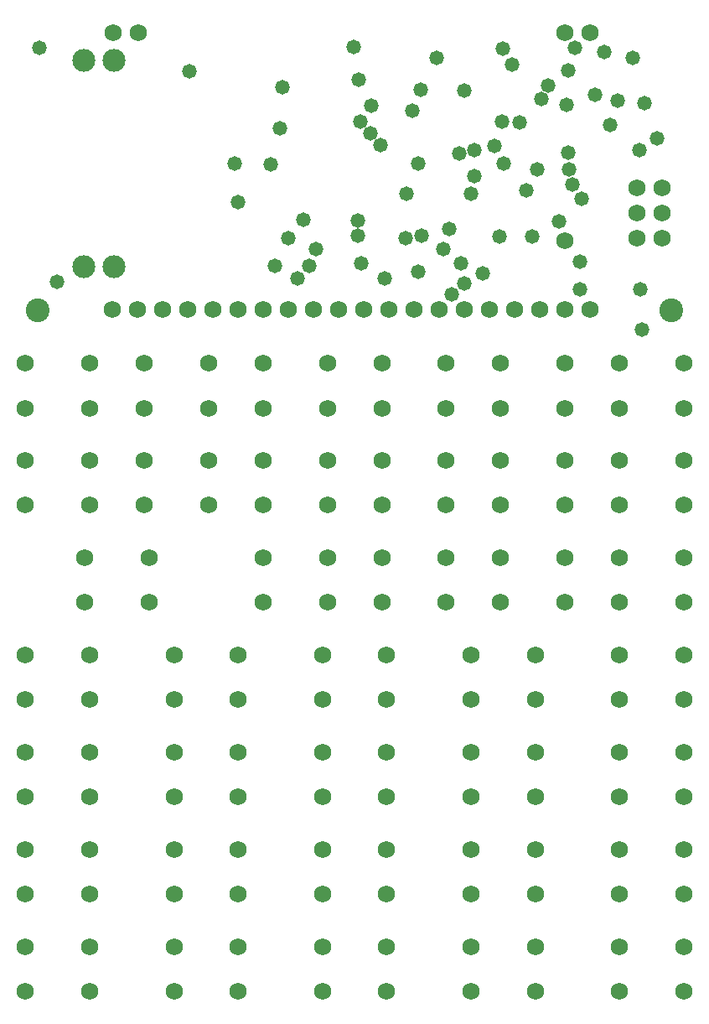
<source format=gts>
G04*
G04 #@! TF.GenerationSoftware,Altium Limited,Altium Designer,24.7.2 (38)*
G04*
G04 Layer_Color=8388736*
%FSLAX44Y44*%
%MOMM*%
G71*
G04*
G04 #@! TF.SameCoordinates,966AE77D-DC0C-403A-A995-9434F704E8A8*
G04*
G04*
G04 #@! TF.FilePolarity,Negative*
G04*
G01*
G75*
%ADD20C,2.3114*%
%ADD21C,1.7272*%
%ADD22C,1.4732*%
%ADD23C,2.4032*%
D20*
X107202Y744360D02*
D03*
X76202D02*
D03*
X107202Y952360D02*
D03*
X76202D02*
D03*
D21*
X156210Y701040D02*
D03*
X588010D02*
D03*
X562610D02*
D03*
X537210D02*
D03*
X461010D02*
D03*
X435610D02*
D03*
X410210D02*
D03*
X384810D02*
D03*
X334010D02*
D03*
X308610D02*
D03*
X257810D02*
D03*
X283210D02*
D03*
X232410D02*
D03*
X207010D02*
D03*
X181610D02*
D03*
X105410D02*
D03*
X105860Y980440D02*
D03*
X131260D02*
D03*
X562160D02*
D03*
X587560D02*
D03*
X486410Y701040D02*
D03*
X511810D02*
D03*
X130810D02*
D03*
X359410D02*
D03*
X635000Y824230D02*
D03*
Y798830D02*
D03*
Y773430D02*
D03*
X660400Y824230D02*
D03*
Y798830D02*
D03*
Y773430D02*
D03*
X617500Y58060D02*
D03*
Y13060D02*
D03*
X682500Y58060D02*
D03*
Y13060D02*
D03*
X467500Y58060D02*
D03*
Y13060D02*
D03*
X532500Y58060D02*
D03*
Y13060D02*
D03*
X317500Y58060D02*
D03*
Y13060D02*
D03*
X382500Y58060D02*
D03*
Y13060D02*
D03*
X167500Y58060D02*
D03*
Y13060D02*
D03*
X232500Y58060D02*
D03*
Y13060D02*
D03*
X17500Y58060D02*
D03*
Y13060D02*
D03*
X82500Y58060D02*
D03*
Y13060D02*
D03*
X17500Y156160D02*
D03*
Y111160D02*
D03*
X82500Y156160D02*
D03*
Y111160D02*
D03*
X167500Y156160D02*
D03*
Y111160D02*
D03*
X232500Y156160D02*
D03*
Y111160D02*
D03*
X317500Y156160D02*
D03*
Y111160D02*
D03*
X382500Y156160D02*
D03*
Y111160D02*
D03*
X467500Y156160D02*
D03*
Y111160D02*
D03*
X532500Y156160D02*
D03*
Y111160D02*
D03*
X617500Y156160D02*
D03*
Y111160D02*
D03*
X682500Y156160D02*
D03*
Y111160D02*
D03*
X617500Y254260D02*
D03*
Y209260D02*
D03*
X682500Y254260D02*
D03*
Y209260D02*
D03*
X467500Y254260D02*
D03*
Y209260D02*
D03*
X532500Y254260D02*
D03*
Y209260D02*
D03*
X317500Y254260D02*
D03*
Y209260D02*
D03*
X382500Y254260D02*
D03*
Y209260D02*
D03*
X167500Y254260D02*
D03*
Y209260D02*
D03*
X232500Y254260D02*
D03*
Y209260D02*
D03*
X17500Y254260D02*
D03*
Y209260D02*
D03*
X82500Y254260D02*
D03*
Y209260D02*
D03*
X17500Y352360D02*
D03*
Y307360D02*
D03*
X82500Y352360D02*
D03*
Y307360D02*
D03*
X167500Y352360D02*
D03*
Y307360D02*
D03*
X232500Y352360D02*
D03*
Y307360D02*
D03*
X317500Y352360D02*
D03*
Y307360D02*
D03*
X382500Y352360D02*
D03*
Y307360D02*
D03*
X467500Y352360D02*
D03*
Y307360D02*
D03*
X532500Y352360D02*
D03*
Y307360D02*
D03*
X617500Y352360D02*
D03*
Y307360D02*
D03*
X682500Y352360D02*
D03*
Y307360D02*
D03*
X617500Y450460D02*
D03*
Y405460D02*
D03*
X682500Y450460D02*
D03*
Y405460D02*
D03*
X497500Y450460D02*
D03*
Y405460D02*
D03*
X562500Y450460D02*
D03*
Y405460D02*
D03*
X377500Y450460D02*
D03*
Y405460D02*
D03*
X442500Y450460D02*
D03*
Y405460D02*
D03*
X257500Y450460D02*
D03*
Y405460D02*
D03*
X322500Y450460D02*
D03*
Y405460D02*
D03*
X77500Y450460D02*
D03*
Y405460D02*
D03*
X142500Y450460D02*
D03*
Y405460D02*
D03*
X17500Y548560D02*
D03*
Y503560D02*
D03*
X82500Y548560D02*
D03*
Y503560D02*
D03*
X137500Y548560D02*
D03*
Y503560D02*
D03*
X202500Y548560D02*
D03*
Y503560D02*
D03*
X257500Y548560D02*
D03*
Y503560D02*
D03*
X322500Y548560D02*
D03*
Y503560D02*
D03*
X377500Y548560D02*
D03*
Y503560D02*
D03*
X442500Y548560D02*
D03*
Y503560D02*
D03*
X497500Y548560D02*
D03*
Y503560D02*
D03*
X562500Y548560D02*
D03*
Y503560D02*
D03*
X617500Y548560D02*
D03*
Y503560D02*
D03*
X682500Y548560D02*
D03*
Y503560D02*
D03*
X617500Y646660D02*
D03*
Y601660D02*
D03*
X682500Y646660D02*
D03*
Y601660D02*
D03*
X497500Y646660D02*
D03*
Y601660D02*
D03*
X562500Y646660D02*
D03*
Y601660D02*
D03*
X377500Y646660D02*
D03*
Y601660D02*
D03*
X442500Y646660D02*
D03*
Y601660D02*
D03*
X257500Y646660D02*
D03*
Y601660D02*
D03*
X322500Y646660D02*
D03*
Y601660D02*
D03*
X137500Y646660D02*
D03*
Y601660D02*
D03*
X202500Y646660D02*
D03*
Y601660D02*
D03*
X17500Y646660D02*
D03*
Y601660D02*
D03*
X82500Y646660D02*
D03*
Y601660D02*
D03*
X562610Y770890D02*
D03*
D22*
X545336Y927100D02*
D03*
X565656Y942340D02*
D03*
X538401Y913529D02*
D03*
X499489Y964594D02*
D03*
X593251Y918210D02*
D03*
X601980Y961390D02*
D03*
X416560Y923290D02*
D03*
X608330Y887730D02*
D03*
X380815Y732790D02*
D03*
X232529Y809454D02*
D03*
X182880Y941324D02*
D03*
X455930Y858520D02*
D03*
X534160Y842691D02*
D03*
X572770Y965200D02*
D03*
X375920Y867046D02*
D03*
X365760Y878840D02*
D03*
X356004Y890548D02*
D03*
X366953Y906545D02*
D03*
X616022Y911687D02*
D03*
X642620Y909320D02*
D03*
X631190Y955040D02*
D03*
X637540Y862330D02*
D03*
X565843Y859531D02*
D03*
X349250Y966470D02*
D03*
X448310Y716280D02*
D03*
X439420Y762000D02*
D03*
X479499Y737817D02*
D03*
X457066Y748046D02*
D03*
X445770Y782320D02*
D03*
X311150Y762000D02*
D03*
X523240Y821690D02*
D03*
X500380Y848360D02*
D03*
X31750Y965200D02*
D03*
X49530Y728980D02*
D03*
X276860Y925830D02*
D03*
X655320Y873760D02*
D03*
X579120Y812800D02*
D03*
X556260Y789940D02*
D03*
X356870Y748030D02*
D03*
X414020Y739140D02*
D03*
X402590Y817880D02*
D03*
X417830Y775970D02*
D03*
X401320Y773430D02*
D03*
X470801Y836163D02*
D03*
X353060Y791210D02*
D03*
X304165Y744855D02*
D03*
X292100Y732790D02*
D03*
X640080Y680720D02*
D03*
X638810Y721360D02*
D03*
X496570Y774700D02*
D03*
X467360Y817880D02*
D03*
X529842Y774597D02*
D03*
X352928Y775971D02*
D03*
X471170Y862330D02*
D03*
X491490Y866140D02*
D03*
X564377Y908050D02*
D03*
X516890Y890270D02*
D03*
X499110Y891098D02*
D03*
X577850Y749300D02*
D03*
Y721360D02*
D03*
X298450Y792018D02*
D03*
X461010Y922028D02*
D03*
X570156Y827451D02*
D03*
X566403Y842222D02*
D03*
X508891Y948184D02*
D03*
X408303Y901933D02*
D03*
X354326Y933484D02*
D03*
X433070Y955040D02*
D03*
X461037Y727683D02*
D03*
X414020Y848360D02*
D03*
X265400Y847258D02*
D03*
X228859Y848360D02*
D03*
X274493Y883747D02*
D03*
X283066Y773286D02*
D03*
X269240Y745490D02*
D03*
D23*
X30000Y700000D02*
D03*
X670000D02*
D03*
M02*

</source>
